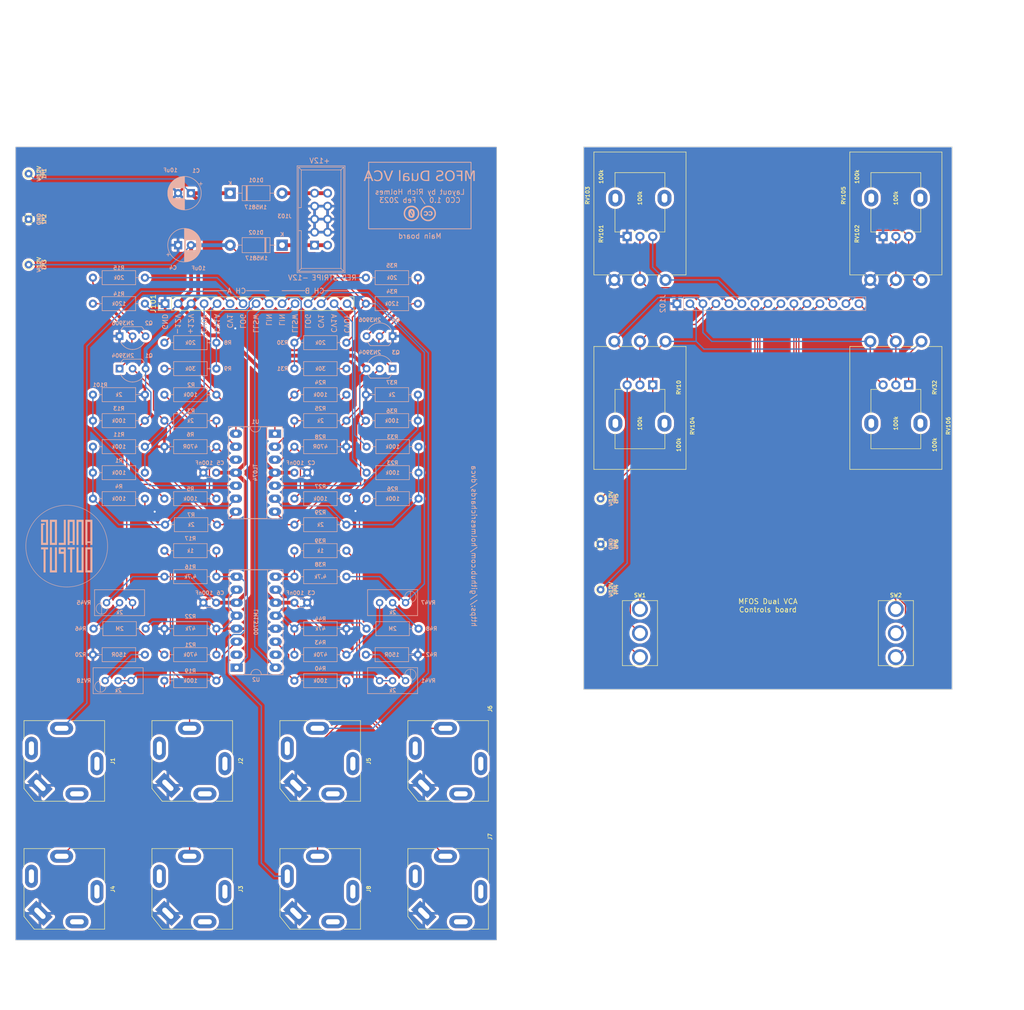
<source format=kicad_pcb>
(kicad_pcb (version 20221018) (generator pcbnew)
  (layers (0 "F.Cu" signal) (31 "B.Cu" signal) (34 "B.Paste" user) (35 "F.Paste" user) (36 "B.SilkS" user "B.Silkscreen") (37 "F.SilkS" user "F.Silkscreen") (38 "B.Mask" user) (39 "F.Mask" user) (44 "Edge.Cuts" user))
  (net 0 "")
  (net 1 "+12V")
  (net 2 "GND")
  (net 3 "-12V")
  (net 4 "/Main PCB/+12_IN")
  (net 5 "/Main PCB/-12_IN")
  (net 6 "/Main PCB/CV1A")
  (net 7 "/Main PCB/CV1B")
  (net 8 "VCAA_OUT")
  (net 9 "/Main PCB/CV1AA")
  (net 10 "/Main PCB/CVOFFSA")
  (net 11 "/Main PCB/LOGA")
  (net 12 "/Main PCB/LLSWA")
  (net 13 "/Main PCB/LINA")
  (net 14 "/Main PCB/CV1AB")
  (net 15 "/Main PCB/CVOFFSB")
  (net 16 "/Main PCB/LOGB")
  (net 17 "/Main PCB/LLSWB")
  (net 18 "/Main PCB/LINB")
  (net 19 "/Pots and switches PCB/CV1AA_P")
  (net 20 "/Pots and switches PCB/CV1A_P")
  (net 21 "/Pots and switches PCB/CVOFFSA_P")
  (net 22 "/Pots and switches PCB/LOGA_P")
  (net 23 "/Pots and switches PCB/LLSWA_P")
  (net 24 "/Pots and switches PCB/LINA_P")
  (net 25 "/Pots and switches PCB/CV1B_P")
  (net 26 "/Pots and switches PCB/CV1AB_P")
  (net 27 "/Pots and switches PCB/CVOFFSB_P")
  (net 28 "/Pots and switches PCB/LOGB_P")
  (net 29 "/Pots and switches PCB/LLSWB_P")
  (net 30 "/Pots and switches PCB/LINB_P")
  (net 31 "Net-(Q1-E)")
  (net 32 "Net-(Q2-C)")
  (net 33 "Net-(Q3-E)")
  (net 34 "Net-(Q4-C)")
  (net 35 "Net-(R2-Pad2)")
  (net 36 "Net-(U1D--)")
  (net 37 "Net-(U1D-+)")
  (net 38 "Net-(U1C-+)")
  (net 39 "Net-(R20-Pad1)")
  (net 40 "Net-(R21-Pad2)")
  (net 41 "Net-(R24-Pad2)")
  (net 42 "Net-(U1A--)")
  (net 43 "Net-(U1A-+)")
  (net 44 "Net-(U1B-+)")
  (net 45 "Net-(R42-Pad1)")
  (net 46 "Net-(R43-Pad2)")
  (net 47 "/Main PCB/BIASA")
  (net 48 "/Main PCB/BIASB")
  (net 51 "/Main PCB/CV2A")
  (net 52 "/Main PCB/OUTA")
  (net 53 "/Main PCB/SIGA")
  (net 54 "/Main PCB/CV2B")
  (net 55 "/Main PCB/SIGB")
  (net 56 "/Main PCB/OUTB")
  (net 57 "/Main PCB/CVSUMA")
  (net 58 "/Main PCB/CVSUMB")
  (net 59 "/Main PCB/CVINA")
  (net 60 "/Main PCB/SIGAP")
  (net 61 "/Main PCB/CVINB")
  (net 62 "/Main PCB/VCAB_OUT")
  (net 63 "/Main PCB/SIGBP")
  (net 64 "GND1")
  (net 65 "-12V_1")
  (net 66 "+12V_1")
  (footprint "AO_tht:Jack_6.35mm_PJ_629HAN_slots" (layer "F.Cu") (at 112.5 185 -90)
    (fp_text reference "J8")
    (fp_text value "AudioJack2_SwitchT")
  )
  (footprint "mfos_vca-panel:mfos_vca_panel_100_holes" (layer "F.Cu") (at 200 110)
    (fp_text reference "GRAF102" hide)
    (fp_text value "Holes" hide)
  )
  (footprint "AO_tht:Potentiometer_Alpha_RD901F-40-00D_Single_Vertical_centered" (layer "F.Cu") (at 175 50 90)
    (fp_text reference "RV101")
    (fp_text value "100k")
  )
  (footprint "AO_tht:Potentiometer_Alpha_16mm_Single_Vertical" (layer "F.Cu") (at 225 50 90)
    (fp_text reference "RV105")
    (fp_text value "100k")
  )
  (footprint "AO_tht:Jack_6.35mm_PJ_629HAN_slots" (layer "F.Cu") (at 87.5 185 -90)
    (fp_text reference "J3")
    (fp_text value "AudioJack2")
  )
  (footprint "AO_tht:TestPoint_THTPad_D1.5mm_Drill0.7mm" (layer "F.Cu") (at 55.55 54.12 -90)
    (fp_text reference "TP2")
    (fp_text value "GND")
  )
  (footprint "Connector_PinHeader_2.54mm:PinHeader_1x15_P2.54mm_Vertical" (layer "F.Cu") (at 82.225 70.63 90)
    (fp_text reference "J101")
    (fp_text value "Conn_01x15")
  )
  (footprint "AO_tht:TestPoint_THTPad_D1.5mm_Drill0.7mm" (layer "F.Cu") (at 167.31 117.62 -90)
    (fp_text reference "TP6")
    (fp_text value "GND")
  )
  (footprint "AO_tht:Potentiometer_Alpha_16mm_Single_Vertical" (layer "F.Cu") (at 175 94 -90)
    (fp_text reference "RV104")
    (fp_text value "100k")
  )
  (footprint "AO_tht:SPDT-toggle-switch-1M-series" (layer "F.Cu") (at 225 135)
    (fp_text reference "SW2")
    (fp_text value "SW_SPDT")
  )
  (footprint "AO_tht:Potentiometer_Alpha_16mm_Single_Vertical" (layer "F.Cu") (at 225 94 -90)
    (fp_text reference "RV106")
    (fp_text value "100k")
  )
  (footprint "AO_tht:Jack_6.35mm_PJ_629HAN_slots" (layer "F.Cu") (at 62.5 160 -90)
    (fp_text reference "J1")
    (fp_text value "AudioJack2")
  )
  (footprint "AO_tht:Potentiometer_Alpha_16mm_Single_Vertical" (layer "F.Cu") (at 175 50 90)
    (fp_text reference "RV103")
    (fp_text value "100k")
  )
  (footprint "AO_tht:Jack_6.35mm_PJ_629HAN_slots" (layer "F.Cu") (at 137.5 185 -90)
    (fp_text reference "J7")
    (fp_text value "AudioJack2")
  )
  (footprint "AO_tht:TestPoint_THTPad_D1.5mm_Drill0.7mm" (layer "F.Cu") (at 167.31 126.51 -90)
    (fp_text reference "TP4")
    (fp_text value "+12V")
  )
  (footprint "AO_tht:Board_Marker" (layer "F.Cu") (at 97 40)
    (fp_text reference "B101")
    (fp_text value "Board")
  )
  (footprint "mfos_vca-panel:mfos_vca_panel_100_holes" (layer "F.Cu") (at 100 110)
    (fp_text reference "GRAF101" hide)
    (fp_text value "Holes" hide)
  )
  (footprint "AO_tht:Potentiometer_Alpha_RD901F-40-00D_Single_Vertical_centered" (layer "F.Cu") (at 225 94 -90)
    (fp_text reference "RV32")
    (fp_text value "100k")
  )
  (footprint "AO_tht:Jack_6.35mm_PJ_629HAN_slots" (layer "F.Cu") (at 112.5 160 -90)
    (fp_text reference "J5")
    (fp_text value "AudioJack2")
  )
  (footprint "AO_tht:Jack_6.35mm_PJ_629HAN_slots" (layer "F.Cu") (at 137.5 160 -90)
    (fp_text reference "J6")
    (fp_text value "AudioJack2")
  )
  (footprint "AO_tht:TestPoint_THTPad_D1.5mm_Drill0.7mm" (layer "F.Cu") (at 167.31 108.73 -90)
    (fp_text reference "TP5")
    (fp_text value "-12V")
  )
  (footprint "AO_tht:Board_Marker" (layer "F.Cu") (at 197.375 39.925)
    (fp_text reference "B102")
    (fp_text value "Board")
  )
  (footprint "AO_tht:Potentiometer_Alpha_RD901F-40-00D_Single_Vertical_centered" (layer "F.Cu") (at 175 94 -90)
    (fp_text reference "RV10")
    (fp_text value "100k")
  )
  (footprint "AO_tht:Jack_6.35mm_PJ_629HAN_slots" (layer "F.Cu") (at 62.5 185 -90)
    (fp_text reference "J4")
    (fp_text value "AudioJack2")
  )
  (footprint "AO_tht:Potentiometer_Alpha_RD901F-40-00D_Single_Vertical_centered" (layer "F.Cu") (at 225 50 90)
    (fp_text reference "RV102")
    (fp_text value "100k")
  )
  (footprint "AO_tht:TestPoint_THTPad_D1.5mm_Drill0.7mm" (layer "F.Cu") (at 55.55 45.23 -90)
    (fp_text reference "TP1")
    (fp_text value "+12V")
  )
  (footprint "AO_tht:TestPoint_THTPad_D1.5mm_Drill0.7mm" (layer "F.Cu") (at 55.55 63.01 -90)
    (fp_text reference "TP3")
    (fp_text value "-12V")
  )
  (footprint "AO_tht:Jack_6.35mm_PJ_629HAN_slots" (layer "F.Cu") (at 87.5 160 -90)
    (fp_text reference "J2")
    (fp_text value "AudioJack2")
  )
  (footprint "AO_tht:SPDT-toggle-switch-1M-series" (layer "F.Cu") (at 175 135)
    (fp_text reference "SW1")
    (fp_text value "SW_SPDT")
  )
  (footprint "AO_tht:R_Axial_DIN0207_L6.3mm_D2.5mm_P10.16mm_Horizontal" (layer "B.Cu") (at 92.245 83.33 180)
    (fp_text reference "R9")
    (fp_text value "30k")
  )
  (footprint "AO_tht:TO-92_Inline_Wide" (layer "B.Cu") (at 73.33 76.98)
    (fp_text reference "Q2")
    (fp_text value "2N3906")
  )
  (footprint "AO_tht:R_Axial_DIN0207_L6.3mm_D2.5mm_P10.16mm_Horizontal" (layer "B.Cu") (at 78.275 93.49 180)
    (fp_text reference "R13")
    (fp_text value "100k")
  )
  (footprint "AO_tht:CC0_logo" (layer "B.Cu") (at 132 53 180)
    (fp_text reference "GRAF103" hide)
    (fp_text value "CC0 logo" hide)
  )
  (footprint "AO_tht:R_Axial_DIN0207_L6.3mm_D2.5mm_P10.16mm_Horizontal" (layer "B.Cu") (at 92.245 118.89 180)
    (fp_text reference "R17")
    (fp_text value "1k")
  )
  (footprint "AO_tht:R_Axial_DIN0207_L6.3mm_D2.5mm_P10.16mm_Horizontal" (layer "B.Cu") (at 121.59 103.65)
    (fp_text reference "R23")
    (fp_text value "100k")
  )
  (footprint "AO_tht:R_Axial_DIN0207_L6.3mm_D2.5mm_P10.16mm_Horizontal" (layer "B.Cu") (at 78.275 98.57 180)
    (fp_text reference "R11")
    (fp_text value "100k")
  )
  (footprint "AO_tht:TO-92_Inline_Wide" (layer "B.Cu") (at 73.33 83.33)
    (fp_text reference "Q1")
    (fp_text value "2N3904")
  )
  (footprint "AO_tht:D_DO-41_SOD81_P10.16mm_Horizontal" (layer "B.Cu") (at 105.08 59.2 180)
    (fp_text reference "D102")
    (fp_text value "1N5817")
  )
  (footprint "AO_tht:R_Axial_DIN0207_L6.3mm_D2.5mm_P10.16mm_Horizontal" (layer "B.Cu") (at 107.485 98.57)
    (fp_text reference "R28")
    (fp_text value "470R")
  )
  (footprint "AO_tht:R_Axial_DIN0207_L6.3mm_D2.5mm_P10.16mm_Horizontal" (layer "B.Cu") (at 78.275 108.73 180)
    (fp_text reference "R4")
    (fp_text value "100k")
  )
  (footprint "AO_tht:R_Axial_DIN0207_L6.3mm_D2.5mm_P10.16mm_Horizontal" (layer "B.Cu") (at 117.645 113.81 180)
    (fp_text reference "R29")
    (fp_text value "2k")
  )
  (footprint "AO_tht:R_Axial_DIN0207_L6.3mm_D2.5mm_P10.16mm_Horizontal" (layer "B.Cu") (at 121.59 98.57)
    (fp_text reference "R33")
    (fp_text value "100k")
  )
  (footprint "AO_tht:R_Axial_DIN0207_L6.3mm_D2.5mm_P10.16mm_Horizontal" (layer "B.Cu") (at 82.085 139.21)
    (fp_text reference "R21")
    (fp_text value "470k")
  )
  (footprint "AO_tht:R_Axial_DIN0207_L6.3mm_D2.5mm_P10.16mm_Horizontal" (layer "B.Cu") (at 82.085 123.97)
    (fp_text reference "R16")
    (fp_text value "4.7k")
  )
  (footprint "AO_tht:Potentiometer_Bourns_3296W_Vertical_standard" (layer "B.Cu") (at 70.51 144.29 180)
    (fp_text reference "RV18")
    (fp_text value "2k")
  )
  (footprint "AO_tht:R_Axial_DIN0207_L6.3mm_D2.5mm_P10.16mm_Horizontal" (layer "B.Cu") (at 117.645 108.73 180)
    (fp_text reference "R27")
    (fp_text value "100k")
  )
  (footprint "AO_tht:R_Axial_DIN0207_L6.3mm_D2.5mm_P10.16mm_Horizontal" (layer "B.Cu") (at 131.615 70.63 180)
    (fp_text reference "R34")
    (fp_text value "120k")
  )
  (footprint "AO_tht:DIP-16_W7.62mm_Socket_LongPads" (layer "B.Cu") (at 96.19 141.75)
    (fp_text reference "U2")
    (fp_text value "LM13700")
  )
  (footprint "AO_tht:R_Axial_DIN0207_L6.3mm_D2.5mm_P10.16mm_Horizontal" (layer "B.Cu") (at 68.115 88.41)
    (fp_text reference "R101")
    (fp_text value "2k")
  )
  (footprint "AO_tht:Potentiometer_Bourns_3296W_Vertical_standard" (layer "B.Cu") (at 70.78 129.05 180)
    (fp_text reference "RV45")
    (fp_text value "2k")
  )
  (footprint "AO_tht:R_Axial_DIN0207_L6.3mm_D2.5mm_P10.16mm_Horizontal" (layer "B.Cu") (at 82.085 78.25)
    (fp_text reference "R8")
    (fp_text value "20k")
  )
  (footprint "AO_tht:R_Axial_DIN0207_L6.3mm_D2.5mm_P10.16mm_Horizontal" (layer "B.Cu") (at 121.455 139.21)
    (fp_text reference "R42")
    (fp_text value "150R")
  )
  (footprint "AO_tht:C_Disc_D3.0mm_W1.6mm_P2.50mm" (layer "B.Cu") (at 107.485 129.05)
    (fp_text reference "C3")
    (fp_text value "100nF")
  )
  (footprint "AO_tht:Potentiometer_Bourns_3296W_Vertical_standard" (layer "B.Cu") (at 129.21 144.29)
    (fp_text reference "RV41")
    (fp_text value "2k")
  )
  (footprint "AO_tht:R_Axial_DIN0207_L6.3mm_D2.5mm_P10.16mm_Horizontal" (layer "B.Cu") (at 107.485 83.33)
    (fp_text reference "R31")
    (fp_text value "30k")
  )
  (footprint "AO_tht:TO-92_Inline_Wide" (layer "B.Cu") (at 126.67 83.33 180)
    (fp_text reference "Q3")
    (fp_text value "2N3904")
  )
  (footprint "AO_tht:R_Axial_DIN0207_L6.3mm_D2.5mm_P10.16mm_Horizontal" (layer "B.Cu") (at 68.115 70.63)
    (fp_text reference "R14")
    (fp_text value "120k")
  )
  (footprint "AO_tht:R_Axial_DIN0207_L6.3mm_D2.5mm_P10.16mm_Horizontal" (layer "B.Cu") (at 131.75 134.13 180)
    (fp_text reference "R48")
    (fp_text value "2M")
  )
  (footprint "AO_tht:C_Disc_D3.0mm_W1.6mm_P2.50mm" (layer "B.Cu") (at 89.705 129.05)
    (fp_text reference "C6")
    (fp_text value "100nF")
  )
  (footprint "AO_tht:C_Disc_D3.0mm_W1.6mm_P2.50mm" (layer "B.Cu") (at 107.485 103.65)
    (fp_text reference "C2")
    (fp_text value "100nF")
  )
  (footprint "AO_tht:R_Axial_DIN0207_L6.3mm_D2.5mm_P10.16mm_Horizontal" (layer "B.Cu") (at 131.615 88.41 180)
    (fp_text reference "R37")
    (fp_text value "2k")
  )
  (footprint "AO_tht:R_Axial_DIN0207_L6.3mm_D2.5mm_P10.16mm_Horizontal" (layer "B.Cu") (at 117.645 144.29 180)
    (fp_text reference "R40")
    (fp_text value "100k" hide)
  )
  (footprint "AO_tht:R_Axial_DIN0207_L6.3mm_D2.5mm_P10.16mm_Horizontal" (layer "B.Cu") (at 82.22 113.81)
    (fp_text reference "R7")
    (fp_text value "2k")
  )
  (footprint "AO_tht:R_Axial_DIN0207_L6.3mm_D2.5mm_P10.16mm_Horizontal" (layer "B.Cu") (at 92.245 134.13 180)
    (fp_text reference "R22")
    (fp_text value "47k")
  )
  (footprint "AO_tht:R_Axial_DIN0207_L6.3mm_D2.5mm_P10.16mm_Horizontal" (layer "B.Cu") (at 117.645 88.41 180)
    (fp_text reference "R24")
    (fp_text value "100k")
  )
  (footprint "AO_tht:R_Axial_DIN0207_L6.3mm_D2.5mm_P10.16mm_Horizontal" (layer "B.Cu") (at 107.485 118.89)
    (fp_text reference "R39")
    (fp_text value "1k")
  )
  (footprint "AO_tht:R_Axial_DIN0207_L6.3mm_D2.5mm_P10.16mm_Horizontal" (layer "B.Cu") (at 117.645 139.21 180)
    (fp_text reference "R43")
    (fp_text value "470k")
  )
  (footprint "AO_tht:TO-92_Inline_Wide" (layer "B.Cu") (at 126.67 76.98 180)
    (fp_text reference "Q4")
    (fp_text value "2N3906")
  )
  (footprint "AO_tht:analogoutput" (layer "B.Cu") (at 63 118 180)
    (fp_text reference "GRAF104" hide)
    (fp_text value "AO logo" hide)
  )
  (footprint "AO_tht:R_Axial_DIN0207_L6.3mm_D2.5mm_P10.16mm_Horizontal" (layer "B.Cu") (at 117.645 78.25 180)
    (fp_text reference "R30")
    (fp_text value "20k")
  )
  (footprint "AO_tht:R_Axial_DIN0207_L6.3mm_D2.5mm_P10.16mm_Horizontal" (layer "B.Cu") (at 131.615 65.55 180)
    (fp_text reference "R35")
    (fp_text value "20k")
  )
  (footprint "AO_tht:R_Axial_DIN0207_L6.3mm_D2.5mm_P10.16mm_Horizontal" (layer "B.Cu") (at 107.485 134.13)
    (fp_text reference "R44")
    (fp_text value "47k")
  )
  (footprint "AO_tht:R_Axial_DIN0207_L6.3mm_D2.5mm_P10.16mm_Horizontal" (layer "B.Cu") (at 92.245 98.57 180)
    (fp_text reference "R6")
    (fp_text value "470R")
  )
  (footprint "AO_tht:R_Axial_DIN0207_L6.3mm_D2.5mm_P10.16mm_Horizontal" (layer "B.Cu") (at 82.085 88.41)
    (fp_text reference "R2")
    (fp_text value "100k")
  )
  (footprint "AO_tht:R_Axial_DIN0207_L6.3mm_D2.5mm_P10.16mm_Horizontal" (layer "B.Cu") (at 82.085 93.49)
    (fp_text reference "R3")
    (fp_text value "2k")
  )
  (footprint "AO_tht:C_Disc_D3.0mm_W1.6mm_P2.50mm" (layer "B.Cu") (at 89.705 103.65)
    (fp_text reference "C5")
    (fp_text value "100nF")
  )
  (footprint "AO_tht:R_Axial_DIN0207_L6.3mm_D2.5mm_P10.16mm_Horizontal" (layer "B.Cu") (at 82.085 144.29)
    (fp_text reference "R19")
    (fp_text value "100k")
  )
  (footprint "AO_tht:R_Axial_DIN0207_L6.3mm_D2.5mm_P10.16mm_Horizontal" (layer "B.Cu") (at 117.645 123.97 180)
    (fp_text reference "R38")
    (fp_text value "4.7k")
  )
  (footprint "AO_tht:CP_Radial_D6.3mm_P2.50mm" (layer "B.Cu") (at 87.26 49.04 180)
    (fp_text reference "C1")
    (fp_text value "10uF")
  )
  (footprint "AO_tht:DIP-14_W7.62mm_Socket_LongPads" (layer "B.Cu") (at 103.675 96.03 180)
    (fp_text reference "U1")
    (fp_text value "TL074")
  )
  (footprint "AO_tht:Potentiometer_Bourns_3296W_Vertical_standard" (layer "B.Cu") (at 129.21 129.05)
    (fp_text reference "RV47")
    (fp_text value "2k")
  )
  (footprint "AO_tht:CP_Radial_D6.3mm_P2.50mm" (layer "B.Cu") (at 84.76 59.2)
    (fp_text reference "C4")
    (fp_text value "10uF")
  )
  (footprint "AO_tht:R_Axial_DIN0207_L6.3mm_D2.5mm_P10.16mm_Horizontal" (layer "B.Cu") (at 68.25 134.13)
    (fp_text reference "R46")
    (fp_text value "2M")
  )
  (footprint "AO_tht:D_DO-41_SOD81_P10.16mm_Horizontal" (layer "B.Cu") (at 94.92 49.04)
    (fp_text reference "D101")
    (fp_text value "1N5817")
  )
  (footprint "AO_tht:R_Axial_DIN0207_L6.3mm_D2.5mm_P10.16mm_Horizontal" (layer "B.Cu") (at 121.59 108.73)
    (fp_text reference "R26")
    (fp_text value "100k")
  )
  (footprint "AO_tht:Power_Header" (layer "B.Cu") (at 111.43 59.2)
    (fp_text reference "J103")
    (fp_text value "Synth_power_2x5")
  )
  (footprint "AO_tht:R_Axial_DIN0207_L6.3mm_D2.5mm_P10.16mm_Horizontal" (layer "B.Cu") (at 68.115 65.55)
    (fp_text reference "R15")
    (fp_text value "20k")
  )
  (footprint "AO_tht:R_Axial_DIN0207_L6.3mm_D2.5mm_P10.16mm_Horizontal" (layer "B.Cu") (at 78.275 103.65 180)
    (fp_text reference "R1")
    (fp_text value "100k")
  )
  (footprint "Connector_PinSocket_2.54mm:PinSocket_1x15_P2.54mm_Vertical" (layer "B.Cu") (at 182.225 70.63 -90)
    (fp_text reference "J102")
    (fp_text value "Conn_01x15")
  )
  (footprint "AO_tht:R_Axial_DIN0207_L6.3mm_D2.5mm_P10.16mm_Horizontal" (layer "B.Cu") (at 121.455 93.49)
    (fp_text reference "R36")
    (fp_text value "100k")
  )
  (footprint "AO_tht:R_Axial_DIN0207_L6.3mm_D2.5mm_P10.16mm_Horizontal" (layer "B.Cu") (at 82.085 108.73)
    (fp_text reference "R5")
    (fp_text value "100k")
  )
  (footprint "AO_tht:R_Axial_DIN0207_L6.3mm_D2.5mm_P10.16mm_Horizontal" (layer "B.Cu") (at 78.275 139.21 180)
    (fp_text reference "R20")
    (fp_text value "150R")
  )
  (footprint "AO_tht:R_Axial_DIN0207_L6.3mm_D2.5mm_P10.16mm_Horizontal" (layer "B.Cu") (at 117.645 93.49 180)
    (fp_text reference "R25")
    (fp_text value "2k")
  )
  (gr_rect (start 122 43) (end 142 56) (stroke (width 0.15)) (fill none) (layer "B.SilkS"))
  (gr_line (start 117.78 68.09) (end 113.335 68.09) (stroke (width 0.15)) (layer "B.SilkS"))
  (gr_line (start 94.285 68.09) (end 89.84 68.09) (stroke (width 0.15)) (layer "B.SilkS"))
  (gr_line (start 102.54 68.09) (end 98.095 68.09) (stroke (width 0.15)) (layer "B.SilkS"))
  (gr_line (start 109.525 68.09) (end 105.08 68.09) (stroke (width 0.15)) (layer "B.SilkS"))
  (gr_rect (start 164 40) (end 236 146) (stroke (width 0.15)) (fill none) (layer "Edge.Cuts"))
  (gr_rect (start 53 40) (end 147 195) (stroke (width 0.1)) (fill none) (layer "Edge.Cuts"))
  (gr_text "LLSW" (at 106.985 72.535 270) (layer "B.SilkS") (effects (font (size 1 1)) (justify right bottom mirror)))
  (gr_text "-12V" (at 84.125 72.535 270) (layer "B.SilkS") (effects (font (size 1 1)) (justify right bottom mirror)))
  (gr_text "MFOS Dual VCA" (at 132 47) (layer "B.SilkS") (effects (font (size 2 2)) (justify bottom mirror)))
  (gr_text "https://github.com/holmesrichards/dvca" (at 142 118 -90) (layer "B.SilkS") (effects (font (size 1 1)) (justify bottom mirror)))
  (gr_text "CH B" (at 111.43 68.725) (layer "B.SilkS") (effects (font (size 1 1)) (justify bottom mirror)))
  (gr_text "Layout by Rich Holmes\nCC0 1.0 / Feb 2023" (at 132 51) (layer "B.SilkS") (effects (font (size 1 1)) (justify bottom mirror)))
  (gr_text "CH A" (at 96.19 68.725) (layer "B.SilkS") (effects (font (size 1 1)) (justify bottom mirror)))
  (gr_text "CVOF" (at 117.145 72.535 270) (layer "B.SilkS") (effects (font (size 1 1)) (justify right bottom mirror)))
  (gr_text "CV1A" (at 114.605 72.535 270) (layer "B.SilkS") (effects (font (size 1 1)) (justify right bottom mirror)))
  (gr_text "LOG" (at 96.825 72.535 270) (layer "B.SilkS") (effects (font (size 1 1)) (justify right bottom mirror)))
  (gr_text "LIN" (at 101.905 72.535 270) (layer "B.SilkS") (effects (font (size 1 1)) (justify right bottom mirror)))
  (gr_text "LOG" (at 109.525 72.535 270) (layer "B.SilkS") (effects (font (size 1 1)) (justify right bottom mirror)))
  (gr_text "GND" (at 81.585 72.535 -90) (layer "B.SilkS") (effects (font (size 1 1)) (justify right bottom mirror)))
  (gr_text "+12V" (at 86.665 72.535 270) (layer "B.SilkS") (effects (font (size 1 1)) (justify right bottom mirror)))
  (gr_text "CV1" (at 94.285 72.535 270) (layer "B.SilkS") (effects (font (size 1 1)) (justify right bottom mirror)))
  (gr_text "CVOF" (at 89.205 72.535 270) (layer "B.SilkS") (effects (font (size 1 1)) (justify right bottom mirror)))
  (gr_text "CV1A" (at 91.745 72.535 270) (layer "B.SilkS") (effects (font (size 1 1)) (justify right bottom mirror)))
  (gr_text "LIN" (at 104.445 72.535 270) (layer "B.SilkS") (effects (font (size 1 1)) (justify right bottom mirror)))
  (gr_text "LLSW" (at 99.365 72.535 270) (layer "B.SilkS") (effects (font (size 1 1)) (justify right bottom mirror)))
  (gr_text "CV1" (at 112.065 72.535 270) (layer "B.SilkS") (effects (font (size 1 1)) (justify right bottom mirror)))
  (gr_text "Main board" (at 132 58) (layer "B.SilkS") (effects (font (size 1 1)) (justify bottom mirror)))
  (gr_text "MFOS Dual VCA\nControls board" (at 200 131) (layer "F.SilkS") (effects (font (size 1 1)) (justify bottom)))
  (segment (start 75.86 129.05) (end 74.727 127.917) (width 0.25) (layer "F.Cu") (net 1))
  (segment (start 103.675 103.65) (end 107.485 103.65) (width 0.75) (layer "F.Cu") (net 1))
  (segment (start 93.249064 75.825978) (end 92.500978 75.825978) (width 0.75) (layer "F.Cu") (net 1))
  (segment (start 120.415489 105.959511) (end 120.415489 94.529511) (width 0.25) (layer "F.Cu") (net 1))
  (segment (start 103.81 129.05) (end 101.778 127.018) (width 0.75) (layer "F.Cu") (net 1))
  (segment (start 101.778 105.547) (end 103.675 103.65) (width 0.75) (layer "F.Cu") (net 1))
  (segment (start 87.26 49.04) (end 88.684511 50.464511) (width 0.75) (layer "F.Cu") (net 1))
  (segment (start 92.500978 75.825978) (end 87.305 70.63) (width 0.75) (layer "F.Cu") (net 1))
  (segment (start 120.415489 94.529511) (end 121.455 93.49) (width 0.25) (layer "F.Cu") (net 1))
  (segment (start 82.085 139.21) (end 81.899009 139.21) (width 0.25) (layer "F.Cu") (net 1))
  (segment (start 105.342914 80.79) (end 101.778 84.354914) (width 0.75) (layer "F.Cu") (net 1))
  (segment (start 103.675 103.65) (end 101.778 101.753) (width 0.75) (layer "F.Cu") (net 1))
  (segment (start 117.645 139.21) (end 107.485 129.05) (width 0.25) (layer "F.Cu") (net 1))
  (segment (start 75.86 133.170991) (end 75.86 129.05) (width 0.25) (layer "F.Cu") (net 1))
  (segment (start 88.684511 69.250489) (end 87.305 70.63) (width 0.75) (layer "F.Cu") (net 1))
  (segment (start 121.59 83.33) (end 119.05 80.79) (width 0.75) (layer "F.Cu") (net 1))
  (segment (start 107.485 129.05) (end 103.81 129.05) (width 0.75) (layer "F.Cu") (net 1))
  (segment (start 101.778 84.354914) (end 93.249064 75.825978) (width 0.75) (layer "F.Cu") (net 1))
  (segment (start 81.899009 139.21) (end 75.86 133.170991) (width 0.25) (layer "F.Cu") (net 1))
  (segment (start 117.645 108.73) (end 120.415489 105.959511) (width 0.25) (layer "F.Cu") (net 1))
  (segment (start 94.92 49.04) (end 87.26 49.04) (width 0.75) (layer "F.Cu") (net 1))
  (segment (start 119.05 80.79) (end 105.342914 80.79) (width 0.75) (layer "F.Cu") (net 1))
  (segment (start 74.727 97.038) (end 78.275 93.49) (width 0.25) (layer "F.Cu") (net 1))
  (segment (start 82.085 108.73) (end 79.291 105.936) (width 0.25) (layer "F.Cu") (net 1))
  (segment (start 74.727 127.917) (end 74.727 106.698) (width 0.25) (layer "F.Cu") (net 1))
  (segment (start 74.727 105.936) (end 74.727 106.698) (width 0.25) (layer "F.Cu") (net 1))
  (segment (start 101.778 101.753) (end 101.778 84.354914) (width 0.75) (layer "F.Cu") (net 1))
  (segment (start 79.291 105.936) (end 74.727 105.936) (width 0.25) (layer "F.Cu") (net 1))
  (segment (start 74.727 106.698) (end 74.727 97.038) (width 0.25) (layer "F.Cu") (net 1))
  (segment (start 101.778 127.018) (end 101.778 105.547) (width 0.75) (layer "F.Cu") (net 1))
  (segment (start 88.684511 50.464511) (end 88.684511 69.250489) (width 0.75) (layer "F.Cu") (net 1))
  (segment (start 78.41 86.88399) (end 79.449511 87.923501) (width 0.25) (layer "B.Cu") (net 1))
  (segment (start 84.478 46.258) (end 87.26 49.04) (width 0.25) (layer "B.Cu") (net 1))
  (segment (start 79.449511 92.315489) (end 78.275 93.49) (width 0.25) (layer "B.Cu") (net 1))
  (segment (start 118.100991 139.21) (end 117.645 139.21) (width 0.25) (layer "B.Cu") (net 1))
  (segment (start 87.305 70.63) (end 78.41 79.525) (width 0.75) (layer "B.Cu") (net 1))
  (segment (start 121.455 93.49) (end 120.280489 92.315489) (width 0.25) (layer "B.Cu") (net 1))
  (segment (start 78.41 79.525) (end 78.41 83.33) (width 0.75) (layer "B.Cu") (net 1))
  (segment (start 79.449511 87.923501) (end 79.449511 92.315489) (width 0.25) (layer "B.Cu") (net 1))
  (segment (start 120.280489 92.315489) (end 120.280489 84.639511) (width 0.25) (layer "B.Cu") (net 1))
  (segment (start 124.13 129.05) (end 124.13 133.180991) (width 0.25) (layer "B.Cu") (net 1))
  (segment (start 55.55 45.23) (end 56.578 46.258) (width 0.25) (layer "B.Cu") (net 1))
  (segment (start 120.280489 84.639511) (end 121.59 83.33) (width 0.25) (layer "B.Cu") (net 1))
  (segment (start 124.13 133.180991) (end 118.100991 139.21) (width 0.25) (layer "B.Cu") (net 1))
  (segment (start 56.578 46.258) (end 84.478 46.258) (width 0.25) (layer "B.Cu") (net 1))
  (segment (start 78.41 83.33) (end 78.41 86.88399) (width 0.25) (layer "B.Cu") (net 1))
  (via (at 80.188 111.27) (size 0.8) (drill 0.4) (layers "F.Cu" "B.Cu") (net 2))
  (via (at 119.4185 111.143) (size 0.8) (drill 0.4) (layers "F.Cu" "B.Cu") (net 2))
  (via (at 95.936 75.456) (size 0.8) (drill 0.4) (layers "F.Cu" "B.Cu") (net 2))
  (segment (start 96.055 103.65) (end 97.87952 101.82548) (width 0.75) (layer "F.Cu") (net 3))
  (segment (start 90.960489 76.825489) (end 87.3025 73.1675) (width 0.75) (layer "F.Cu") (net 3))
  (segment (start 87.26 59.2) (end 87.3 59.24) (width 0.75) (layer "F.Cu") (net 3))
  (segment (start 96.394511 60.674511) (end 94.92 59.2) (width 0.25) (layer "F.Cu") (net 3))
  (segment (start 98.01452 105.60952) (end 96.055 103.65) (width 0.75) (layer "F.Cu") (net 3))
  (segment (start 87.3 68.095) (end 84.765 70.63) (width 0.75) (layer "F.Cu") (net 3))
  (segment (start 96.19 129.05) (end 98.01452 127.22548) (width 0.75) (layer "F.Cu") (net 3))
  (segment (start 87.1675 73.1675) (end 87.3025 73.1675) (width 0.25) (layer "F.Cu") (net 3))
  (segment (start 87.3025 73.1675) (end 84.765 70.63) (width 0.75) (layer "F.Cu") (net 3))
  (segment (start 121.455 70.63) (end 111.499511 60.674511) (width 0.25) (layer "F.Cu") (net 3))
  (segment (start 111.499511 60.674511) (end 96.394511 60.674511) (width 0.25) (layer "F.Cu") (net 3))
  (segment (start 96.055 103.65) (end 92.205 103.65) (width 0.75) (layer "F.Cu") (net 3))
  (segment (start 121.455 70.63) (end 118.819511 73.265489) (width 0.25) (layer "F.Cu") (net 3))
  (segment (start 118.819511 77.075489) (end 117.645 78.25) (width 0.25) (layer "F.Cu") (net 3))
  (segment (start 92.835053 76.825489) (end 90.960489 76.825489) (width 0.75) (layer "F.Cu") (net 3))
  (segment (start 118.819511 73.265489) (end 118.819511 77.075489) (width 0.25) (layer "F.Cu") (net 3))
  (segment (start 92.205 129.05) (end 96.19 129.05) (width 0.75) (layer "F.Cu") (net 3))
  (segment (start 82.085 78.25) (end 87.1675 73.1675) (width 0.25) (layer "F.Cu") (net 3))
  (segment (start 97.87952 101.82548) (end 97.87952 81.869956) (width 0.75) (layer "F.Cu") (net 3))
  (segment (start 98.01452 127.22548) (end 98.01452 105.60952) (width 0.75) (layer "F.Cu") (net 3))
  (segment (start 87.3 59.24) (end 87.3 68.095) (width 0.75) (layer "F.Cu") (net 3))
  (segment (start 97.87952 81.869956) (end 92.835053 76.825489) (width 0.75) (layer "F.Cu") (net 3))
  (segment (start 87.125 123.97) (end 92.205 129.05) (width 0.25) (layer "B.Cu") (net 3))
  (segment (start 124.13 123.97) (end 129.21 129.05) (width 0.25) (layer "B.Cu") (net 3))
  (segment (start 70.78 129.05) (end 75.86 123.97) (width 0.25) (layer "B.Cu") (net 3))
  (segment (start 75.86 123.97) (end 81.69399 123.97) (width 0.25) (layer "B.Cu") (net 3))
  (segment (start 132.875 125.385) (end 129.21 129.05) (width 0.25) (layer "B.Cu") (net 3))
  (segment (start 79.499511 71.854511) (end 83.540489 71.854511) (width 0.25) (layer "B.Cu") (net 3))
  (segment (start 121.455 70.63) (end 123.368 70.63) (width 0.25) (layer "B.Cu") (net 3))
  (segment (start 82.085 123.97) (end 87.125 123.97) (width 0.25) (layer "B.Cu") (net 3))
  (segment (start 83.45 63.01) (end 87.26 59.2) (width 0.25) (layer "B.Cu") (net 3))
  (segment (start 123.368 70.63) (end 132.875 80.137) (width 0.25) (layer "B.Cu") (net 3))
  (segment (start 94.92 59.2) (end 87.26 59.2) (width 0.75) (layer "B.Cu") (net 3))
  (segment (start 78.275 70.63) (end 79.499511 71.854511) (width 0.25) (layer "B.Cu") (net 3))
  (segment (start 83.540489 71.854511) (end 84.765 70.63) (width 0.25) (layer "B.Cu") (net 3))
  (segment (start 117.645 123.97) (end 124.13 123.97) (width 0.25) (layer "B.Cu") (net 3))
  (segment (start 132.875 80.137) (end 132.875 125.385) (width 0.25) (layer "B.Cu") (net 3))
  (segment (start 55.55 63.01) (end 83.45 63.01) (width 0.25) (layer "B.Cu") (net 3))
  (segment (start 111.43 49.04) (end 105.08 49.04) (width 0.75) (layer "F.Cu") (net 4))
  (segment (start 113.97 49.04) (end 111.43 49.04) (width 0.75) (layer "F.Cu") (net 4))
  (segment (start 113.97 59.2) (end 111.43 59.2) (width 0.75) (layer "F.Cu") (net 5))
  (segment (start 111.43 59.2) (end 105.08 59.2) (width 0.75) (layer "F.Cu") (net 5))
  (segment (start 92.512 68.217) (end 77.648 68.217) (width 0.25) (layer "B.Cu") (net 6))
  (segment (start 94.925 70.63) (end 92.512 68.217) (width 0.25) (layer "B.Cu") (net 6))
  (segment (start 66.940489 78.924511) (end 66.940489 148.659511) (width 0.25) (layer "B.Cu") (net 6))
  (segment (start 66.940489 148.659511) (end 62 153.6) (width 0.25) (layer "B.Cu") (net 6))
  (segment (start 77.648 68.217) (end 66.940489 78.924511) (width 0.25) (layer "B.Cu") (net 6))
  (segment (start 114.864 68.471) (end 121.84469 68.471) (width 0.25) (layer "B.Cu") (net 7))
  (segment (start 133.646511 142.774489) (end 122.821 153.6) (width 0.25) (layer "B.Cu") (net 7))
  (segment (start 122.821 153.6) (end 112 153.6) (width 0.25) (layer "B.Cu") (net 7))
  (segment (start 133.646511 80.272821) (end 133.646511 142.774489) (width 0.25) (layer "B.Cu") (net 7))
  (segment (start 112.705 70.63) (end 114.864 68.471) (width 0.25) (layer "B.Cu") (net 7))
  (segment (start 121.84469 68.471) (end 133.646511 80.272821) (width 0.25) (layer "B.Cu") (net 7))
  (segment (start 92.245 118.89) (end 92.245 123.97) (width 0.25) (layer "F.Cu") (net 8))
  (segment (start 101.025489 149.234511) (end 94.61548 142.824502) (width 0.25) (layer "B.Cu") (net 8))
  (segment (start 94.61548 142.824502) (end 94.61548 136.183498) (width 0.25) (layer "B.Cu") (net 8))
  (segment (start 94.61548 136.183498) (end 95.544458 135.25452) (width 0.25) (layer "B.Cu") (net 8))
  (segment (start 101.025489 179.925489) (end 101.025489 149.234511) (width 0.25) (layer "B.Cu") (net 8))
  (segment (start 103.6 182.5) (end 101.025489 179.925489) (width 0.25) (layer "B.Cu") (net 8))
  (segment (start 97.055791 135.25452) (end 97.76452 134.545791) (width 0.25) (layer "B.Cu") (net 8))
  (segment (start 106.1 182.5) (end 103.6 182.5) (width 0.25) (layer "B.Cu") (net 8))
  (segment (start 95.544458 135.25452) (end 97.055791 135.25452) (width 0.25) (layer "B.Cu") (net 8))
  (segment (start 97.76452 124.90952) (end 96.825 123.97) (width 0.25) (layer "B.Cu") (net 8))
  (segment (start 92.245 123.97) (end 96.19 123.97) (width 0.25) (layer "B.Cu") (net 8))
  (segment (start 97.76452 134.545791) (end 97.76452 124.90952) (width 0.25) (layer "B.Cu") (net 8))
  (segment (start 91.120489 87.314811) (end 91.120489 71.894511) (width 0.25) (layer "B.Cu") (net 9))
  (segment (start 91.120489 71.894511) (end 92.385 70.63) (width 0.25) (layer "B.Cu") (net 9))
  (segment (start 78.275 100.1603) (end 91.120489 87.314811) (width 0.25) (layer "B.Cu") (net 9))
  (segment (start 78.275 103.65) (end 78.275 100.1603) (width 0.25) (layer "B.Cu") (net 9))
  (segment (start 78.5953 98.57) (end 89.845 87.3203) (width 0.25) (layer "B.Cu") (net 10))
  (segment (start 89.845 87.3203) (end 89.845 70.63) (width 0.25) (layer "B.Cu") (net 10))
  (segment (start 92.385 65.55) (end 97.465 70.63) (width 0.25) (layer "B.Cu") (net 11))
  (segment (start 78.275 65.55) (end 92.385 65.55) (width 0.25) (layer "B.Cu") (net 11))
  (segment (start 100.005 70.63) (end 98.29051 72.34449) (width 0.25) (layer "B.Cu") (net 12))
  (segment (start 98.29051 72.34449) (end 98.29051 139.64949) (width 0.25) (layer "B.Cu") (net 12))
  (segment (start 98.29051 139.64949) (end 96.19 141.75) (width 0.25) (layer "B.Cu") (net 12))
  (segment (start 98.639511 71.116499) (end 98.639511 70.334479) (width 0.25) (layer "B.Cu") (net 13))
  (segment (start 92.245 73.305) (end 93.745489 71.804511) (width 0.25) (layer "B.Cu") (net 13))
  (segment (start 101.275 69.36) (end 102.545 70.63) (width 0.25) (layer "B.Cu") (net 13))
  (segment (start 93.745489 71.804511) (end 97.951499 71.804511) (width 0.25) (layer "B.Cu") (net 13))
  (segment (start 99.61399 69.36) (end 101.275 69.36) (width 0.25) (layer "B.Cu") (net 13))
  (segment (start 92.245 78.25) (end 92.245 73.305) (width 0.25) (layer "B.Cu") (net 13))
  (segment (start 97.951499 71.804511) (end 98.639511 71.116499) (width 0.25) (layer "B.Cu") (net 13))
  (segment (start 98.639511 70.334479) (end 99.61399 69.36) (width 0.25) (layer "B.Cu") (net 13))
  (segment (start 92.245 78.25) (end 92.245 83.33) (width 0.25) (layer "B.Cu") (net 13))
  (segment (start 121.59 103.65) (end 118.854489 100.914489) (width 0.25) (layer "B.Cu") (net 14))
  (segment (start 118.854489 74.239489) (end 115.245 70.63) (width 0.25) (layer "B.Cu") (net 14))
  (segment (start 118.854489 100.914489) (end 118.854489 74.239489) (width 0.25) (layer "B.Cu") (net 14))
  (segment (start 119.304 96.284) (end 119.304 72.149) (width 0.25) (layer "B.Cu") (net 15))
  (segment (start 121.59 98.57) (end 119.304 96.284) (width 0.25) (layer "B.Cu") (net 15))
  (segment (start 119.304 72.149) (end 117.785 70.63) (width 0.25) (layer "B.Cu") (net 15))
  (segment (start 115.245 65.55) (end 110.165 70.63) (width 0.25) (layer "B.Cu") (net 16))
  (segment (start 121.455 65.55) (end 115.245 65.55) (width 0.25) (layer "B.Cu") (net 16))
  (segment (start 100.767489 71.894511) (end 99.746 72.916) (width 0.25) (layer "B.Cu") (net 17))
  (segment (start 106.360489 71.894511) (end 100.767489 71.894511) (width 0.25) (layer "B.Cu") (net 17))
  (segment (start 99.746 72.916) (end 99.746 137.686) (width 0.25) (layer "B.Cu") (net 17))
  (segment (start 99.746 137.686) (end 103.81 141.75) (width 0.25) (layer "B.Cu") (net 17))
  (segment (start 107.625 70.63) (end 106.360489 71.894511) (width 0.25) (layer "B.Cu") (net 17))
  (segment (start 108.111499 69.455489) (end 106.259511 69.455489) (width 0.25) (layer "B.Cu") (net 18))
  (segment (start 107.485 78.25) (end 107.485 83.33) (width 0.25) (layer "B.Cu") (net 18))
  (segment (start 106.259511 69.455489) (end 105.085 70.63) (width 0.25) (layer "B.Cu") (net 18))
  (segment (start 108.799511 76.935489) (end 108.799511 70.143501) (width 0.25) (layer "B.Cu") (net 18))
  (segment (start 107.485 78.25) (end 108.799511 76.935489) (width 0.25) (layer "B.Cu") (net 18))
  (segment (start 108.799511 70.143501) (end 108.111499 69.455489) (width 0.25) (layer "B.Cu") (net 18))
  (segment (start 175 57.5) (end 175 66) (width 0.25) (layer "F.Cu") (net 19))
  (segment (start 189.25 67.495) (end 192.385 70.63) (width 0.25) (layer "F.Cu") (net 19))
  (segment (start 176.495 67.495) (end 189.25 67.495) (width 0.25) (layer "F.Cu") (net 19))
  (segment (start 175 66) (end 176.495 67.495) (width 0.25) (layer "F.Cu") (net 19))
  (segment (start 177.5 63.5) (end 180 66) (width 0.25) (layer "B.Cu") (net 20))
  (segment (start 180 66) (end 190.295 66) (width 0.25) (layer "B.Cu") (net 20))
  (segment (start 190.295 66) (end 194.925 70.63) (width 0.25) (layer "B.Cu") (net 20))
  (segment (start 177.5 57.5) (end 177.5 63.5) (width 0.25) (layer "B.Cu") (net 20))
  (segment (start 185.781 74.694) (end 189.845 70.63) (width 0.25) (layer "F.Cu") (net 21))
  (segment (start 175 78) (end 178.306 74.694) (width 0.25) (layer "F.Cu") (net 21))
  (segment (start 175 86.5) (end 175 78) (width 0.25) (layer "F.Cu") (net 21))
  (segment (start 178.306 74.694) (end 185.781 74.694) (width 0.25) (layer "F.Cu") (net 21))
  (segment (start 197.465 101.181) (end 172.644 126.002) (width 0.25) (layer "F.Cu") (net 22))
  (segment (start 172.644 126.002) (end 172.644 137.344) (width 0.25) (layer "F.Cu") (net 22))
  (segment (start 197.465 70.63) (end 197.465 101.181) (width 0.25) (layer "F.Cu") (net 22))
  (segment (start 172.644 137.344) (end 175 139.7) (width 0.25) (layer "F.Cu") (net 22))
  (segment (start 200.005 70.63) (end 197.975489 72.659511) (width 0.25) (layer "F.Cu") (net 23))
  (segment (start 197.975489 101.432511) (end 173.125 126.283) (width 0.25) (layer "F.Cu") (net 23))
  (segment (start 197.975489 72.659511) (end 197.975489 101.432511) (width 0.25) (layer "F.Cu") (net 23))
  (segment (start 173.125 133.125) (end 175 135) (width 0.25) (layer "F.Cu") (net 23))
  (segment (start 173.125 126.283) (end 173.125 133.125) (width 0.25) (layer "F.Cu") (net 23))
  (segment (start 198.425 74.75) (end 198.425 101.745) (width 0.25) (layer "F.Cu") (net 24))
  (segment (start 175 125.17) (end 175 130.3) (width 0.25) (layer "F.Cu") (net 24))
  (segment (start 202.545 70.63) (end 198.425 74.75) (width 0.25) (layer "F.Cu") (net 24))
  (segment (start 198.425 101.745) (end 175 125.17) (width 0.25) (layer "F.Cu") (net 24))
  (segment (start 226.275489 56.275489) (end 215.446511 56.275489) (width 0.25) (layer "F.Cu") (net 25))
  (segment (start 211.855 69.78) (end 212.705 70.63) (width 0.25) (layer "F.Cu") (net 25))
  (segment (start 211.855 59.867) (end 211.855 69.78) (width 0.25) (layer "F.Cu") (net 25))
  (segment (start 227.5 57.5) (end 226.275489 56.275489) (width 0.25) (layer "F.Cu") (net 25))
  (segment (start 227.5 64.95) (end 227.5 57.5) (width 0.25) (layer "F.Cu") (net 25))
  (segment (start 215.446511 56.275489) (end 211.855 59.867) (width 0.25) (layer "F.Cu") (net 25))
  (segment (start 228.55 66) (end 227.5 64.95) (width 0.25) (layer "F.Cu") (net 25))
  (segment (start 230 66) (end 228.55 66) (width 0.25) (layer "F.Cu") (net 25))
  (segment (start 216.42 69.455) (end 215.245 70.63) (width 0.25) (layer "F.Cu") (net 26))
  (segment (start 225 66) (end 221.545 69.455) (width 0.25) (layer "F.Cu") (net 26))
  (segment (start 225 57.5) (end 225 66) (width 0.25) (layer "F.Cu") (net 26))
  (segment (start 221.545 69.455) (end 216.42 69.455) (width 0.25) (layer "F.Cu") (net 26))
  (segment (start 225 78) (end 225 86.5) (width 0.25) (layer "F.Cu") (net 27))
  (segment (start 225 77.845) (end 217.785 70.63) (width 0.25) (layer "F.Cu") (net 27))
  (segment (start 225 78) (end 225 77.845) (width 0.25) (layer "F.Cu") (net 27))
  (segment (start 227.325 129.248) (end 227.325 137.375) (width 0.25) (layer "F.Cu") (net 28))
  (segment (start 206.045 107.968) (end 227.325 129.248) (width 0.25) (layer "F.Cu") (net 28))
  (segment (start 227.325 137.375) (end 225 139.7) (width 0.25) (layer "F.Cu") (net 28))
  (segment (start 210.165 70.63) (end 206.045 74.75) (width 0.25) (layer "F.Cu") (net 28))
  (segment (start 206.045 74.75) (end 206.045 107.968) (width 0.25) (layer "F.Cu") (net 28))
  (segment (start 207.625 70.63) (end 205.537 72.718) (width 0.25) (layer "F.Cu") (net 29))
  (segment (start 205.537 72.718) (end 205.537 108.185349) (width 0.25) (layer "F.Cu") (net 29))
  (segment (start 226.875 129.523349) (end 226.875 133.125) (width 0.25) (layer "F.Cu") (net 29))
  (segment (start 205.537 108.185349) (end 226.875 129.523349) (width 0.25) (layer "F.Cu") (net 29))
  (segment (start 226.875 133.125) (end 225 135) (width 0.25) (layer "F.Cu") (net 29))
  (segment (start 205.085 108.532) (end 225 128.447) (width 0.25) (layer "F.Cu") (net 30))
  (segment (start 225 128.447) (end 225 130.3) (width 0.25) (layer "F.Cu") (net 30))
  (segment (start 205.085 70.63) (end 205.085 108.532) (width 0.25) (layer "F.Cu") (net 30))
  (segment (start 75.735 80.925) (end 73.33 83.33) (width 0.25) (layer "F.Cu") (net 31))
  (segment (start 75.735 76.98) (end 75.735 80.925) (width 0.25) (layer "F.Cu") (net 31))
  (segment (start 69.385 70.63) (end 68.115 70.63) (width 0.25) (layer "F.Cu") (net 31))
  (segment (start 75.735 76.98) (end 69.385 70.63) (width 0.25) (layer "F.Cu") (net 31))
  (segment (start 68.115 66.685) (end 78.41 76.98) (width 0.25) (layer "F.Cu") (net 32))
  (segment (start 68.115 65.55) (end 68.115 66.685) (width 0.25) (layer "F.Cu") (net 32))
  (segment (start 123.995 80.655) (end 126.67 83.33) (width 0.25) (layer "F.Cu") (net 33))
  (segment (start 123.995 76.98) (end 123.995 80.655) (width 0.25) (layer "F.Cu") (net 33))
  (segment (start 130.48 70.63) (end 131.615 70.63) (width 0.25) (layer "F.Cu") (net 33))
  (segment (start 124.13 76.98) (end 130.48 70.63) (width 0.25) (layer "F.Cu") (net 33))
  (segment (start 131.615 66.955) (end 131.615 65.55) (width 0.25) (layer "F.Cu") (net 34))
  (segment (start 121.59 76.98) (end 131.615 66.955) (width 0.25) (layer "F.Cu") (net 34))
  (segment (start 96.055 96.03) (end 96.055 92.22) (width 0.25) (layer "F.Cu") (net 35))
  (segment (start 96.055 92.22) (end 92.245 88.41) (width 0.25) (layer "F.Cu") (net 35))
  (segment (start 82.085 83.33) (end 87.165 83.33) (width 0.25) (layer "F.Cu") (net 35))
  (segment (start 87.165 83.33) (end 92.245 88.41) (width 0.25) (layer "F.Cu") (net 35))
  (segment (start 92.245 94.76) (end 92.245 93.49) (width 0.25) (layer "F.Cu") (net 36))
  (segment (start 87.165 93.49) (end 82.085 88.41) (width 0.25) (layer "F.Cu") (net 36))
  (segment (start 96.055 98.57) (end 92.245 94.76) (width 0.25) (layer "F.Cu") (net 36))
  (segment (start 92.245 93.49) (end 87.165 93.49) (width 0.25) (layer "F.Cu") (net 36))
  (segment (start 94.785 101.11) (end 92.245 98.57) (width 0.25) (layer "F.Cu") (net 37))
  (segment (start 96.055 101.11) (end 94.785 101.11) (width 0.25) (layer "F.Cu") (net 37))
  (segment (start 90.879511 107.364511) (end 90.879511 99.935489) (width 0.25) (layer "F.Cu") (net 37))
  (segment (start 92.245 108.73) (end 90.879511 107.364511) (width 0.25) (layer "F.Cu") (net 37))
  (segment (start 90.879511 99.935489) (end 92.245 98.57) (width 0.25) (layer "F.Cu") (net 37))
  (segment (start 68.115 88.41) (end 68.115 93.49) (width 0.25) (layer "B.Cu") (net 38))
  (segment (start 68.115 93.49) (end 68.115 95.0803) (width 0.25) (layer "B.Cu") (net 38))
  (segment (start 68.115 95.0803) (end 79.2247 106.19) (width 0.25) (layer "B.Cu") (net 38))
  (segment (start 79.2247 106.19) (end 96.055 106.19) (width 0.25) (layer "B.Cu") (net 38))
  (segment (start 75.59 139.21) (end 78.275 139.21) (width 0.25) (layer "B.Cu") (net 39))
  (segment (start 70.51 144.29) (end 75.59 139.21) (width 0.25) (layer "B.Cu") (net 39))
  (segment (start 92.245 134.13) (end 92.245 139.21) (width 0.25) (layer "F.Cu") (net 40))
  (segment (start 79.807 132.733) (end 90.848 132.733) (width 0.25) (layer "B.Cu") (net 40))
  (segment (start 92.245 134.13) (end 93.65 134.13) (width 0.25) (layer "B.Cu") (net 40))
  (segment (start 96.19 131.59) (end 94.61548 130.01548) (width 0.25) (layer "B.Cu") (net 40))
  (segment (start 94.61548 130.01548) (end 94.61548 128.08452) (width 0.25) (layer "B.Cu") (net 40))
  (segment (start 90.848 132.733) (end 92.245 134.13) (width 0.25) (layer "B.Cu") (net 40))
  (segment (start 93.65 134.13) (end 96.19 131.59) (width 0.25) (layer "B.Cu") (net 40))
  (segment (start 94.61548 128.08452) (end 96.19 126.51) (width 0.25) (layer "B.Cu") (net 40))
  (segment (start 78.41 134.13) (end 79.807 132.733) (width 0.25) (layer "B.Cu") (net 40))
  (segment (start 103.675 92.22) (end 107.485 88.41) (width 0.25) (layer "F.Cu") (net 41))
  (segment (start 117.645 83.33) (end 112.565 83.33) (width 0.25) (layer "F.Cu") (net 41))
  (segment (start 103.675 96.03) (end 103.675 92.22) (width 0.25) (layer "F.Cu") (net 41))
  (segment (start 112.565 83.33) (end 107.485 88.41) (width 0.25) (layer "F.Cu") (net 41))
  (segment (start 107.485 94.76) (end 107.485 93.49) (width 0.25) (layer "F.Cu") (net 42))
  (segment (start 103.675 98.57) (end 107.485 94.76) (width 0.25) (layer "F.Cu") (net 42))
  (segment (start 112.565 93.49) (end 117.645 88.41) (width 0.25) (layer "F.Cu") (net 42))
  (segment (start 107.485 93.49) (end 112.565 93.49) (width 0.25) (layer "F.Cu") (net 42))
  (segment (start 103.675 101.11) (end 104.945 101.11) (width 0.25) (layer "F.Cu") (net 43))
  (segment (start 108.659511 99.744511) (end 107.485 98.57) (width 0.25) (layer "F.Cu") (net 43))
  (segment (start 107.485 108.73) (end 108.659511 107.555489) (width 0.25) (layer "F.Cu") (net 43))
  (segment (start 104.945 101.11) (end 107.485 98.57) (width 0.25) (layer "F.Cu") (net 43))
  (segment (start 108.659511 107.555489) (end 108.659511 99.744511) (width 0.25) (layer "F.Cu") (net 43))
  (segment (start 131.615 93.49) (end 131.615 95.2153) (width 0.25) (layer "B.Cu") (net 44))
  (segment (start 131.615 95.2153) (end 120.6403 106.19) (width 0.25) (layer "B.Cu") (net 44))
  (segment (start 120.6403 106.19) (end 103.675 106.19) (width 0.25) (layer "B.Cu") (net 44))
  (segment (start 131.615 88.41) (end 131.615 93.49) (width 0.25) (layer "B.Cu") (net 44))
  (segment (start 124.13 139.21) (end 121.455 139.21) (width 0.25) (layer "B.Cu") (net 45))
  (segment (start 129.21 144.29) (end 124.13 139.21) (width 0.25) (layer "B.Cu") (net 45))
  (segment (start 107.485 134.13) (end 107.485 139.21) (width 0.25) (layer "F.Cu") (net 46))
  (segment (start 107.485 134.13) (end 108.61 133.005) (width 0.25) (layer "B.Cu") (net 46))
  (segment (start 104.945 131.59) (end 103.81 131.59) (width 0.25) (layer "B.Cu") (net 46))
  (segment (start 108.61 133.005) (end 120.465 133.005) (width 0.25) (layer "B.Cu") (net 46))
  (segment (start 105.38452 130.01548) (end 105.38452 128.08452) (width 0.25) (layer "B.Cu") (net 46))
  (segment (start 120.465 133.005) (end 121.59 134.13) (width 0.25) (layer "B.Cu") (net 46))
  (segment (start 103.81 131.59) (end 105.38452 130.01548) (width 0.25) (layer "B.Cu") (net 46))
  (segment (start 105.38452 128.08452) (end 103.81 126.51) (width 0.25) (layer "B.Cu") (net 46))
  (segment (start 107.485 134.13) (end 104.945 131.59) (width 0.25) (layer "B.Cu") (net 46))
  (segment (start 68.25 134.13) (end 68.385 134.13) (width 0.25) (layer "B.Cu") (net 47))
  (segment (start 73.32 129.195) (end 73.32 129.05) (width 0.25) (layer "B.Cu") (net 47))
  (segment (start 68.385 134.13) (end 73.32 129.195) (width 0.25) (layer "B.Cu") (net 47))
  (segment (start 126.67 129.05) (end 131.75 134.13) (width 0.25) (layer "B.Cu") (net 48))
  (segment (start 78.275 112.024) (end 78.275 108.73) (width 0.25) (layer "F.Cu") (net 51))
  (segment (start 83.709022 142.495032) (end 83.709022 117.458022) (width 0.25) (layer "F.Cu") (net 51))
  (segment (start 83.709022 117.458022) (end 78.275 112.024) (width 0.25) (layer "F.Cu") (net 51))
  (segment (start 87 153.6) (end 87 145.78601) (width 0.25) (layer "F.Cu") (net 51))
  (segment (start 87 145.78601) (end 83.709022 142.495032) (width 0.25) (layer "F.Cu") (net 51))
  (segment (start 87 157.259091) (end 83.209511 153.468602) (width 0.25) (layer "F.Cu") (net 52))
  (segment (start 83.259511 142.581225) (end 83.259511 120.064511) (width 0.25) (layer "F.Cu") (net 52))
  (segment (start 83.209511 142.631225) (end 83.259511 142.581225) (width 0.25) (layer "F.Cu") (net 52))
  (segment (start 87 178.6) (end 87 157.259091) (width 0.25) (layer "F.Cu") (net 52))
  (segment (start 83.259511 120.064511) (end 82.085 118.89) (width 0.25) (layer "F.Cu") (net 52))
  (segment (start 83.209511 153.468602) (end 83.209511 142.631225) (width 0.25) (layer "F.Cu") (net 52))
  (segment (start 62 178.6) (end 71.5 169.1) (width 0.25) (layer "F.Cu") (net 53))
  (segment (start 82.085 146.655909) (end 82.085 144.29) (width 0.25) (layer "F.Cu") (net 53))
  (segment (start 71.5 157.240909) (end 82.085 146.655909) (width 0.25) (layer "F.Cu") (net 53))
  (segment (start 71.5 169.1) (end 71.5 157.240909) (width 0.25) (layer "F.Cu") (net 53))
  (segment (start 120.193 110.127) (end 121.59 108.73) (width 0.25) (layer "F.Cu") (net 54))
  (segment (start 124.677 153.6) (end 120.193 149.116) (width 0.25) (layer "F.Cu") (net 54))
  (segment (start 120.193 149.116) (end 120.193 110.127) (width 0.25) (layer "F.Cu") (net 54))
  (segment (start 137 153.6) (end 124.677 153.6) (width 0.25) (layer "F.Cu") (net 54))
  (segment (start 112 156.827386) (end 117.645 151.182386) (width 0.25) (layer "F.Cu") (net 55))
  (segment (start 112 178.6) (end 112 156.827386) (width 0.25) (layer "F.Cu") (net 55))
  (segment (start 117.645 151.182386) (end 117.645 144.29) (width 0.25) (layer "F.Cu") (net 55))
  (segment (start 119.685 149.425909) (end 119.685 120.93) (width 0.25) (layer "F.Cu") (net 56))
  (segment (start 127.5 169.1) (end 127.5 157.240909) (width 0.25) (layer "F.Cu") (net 56))
  (segment (start 137 178.6) (end 127.5 169.1) (width 0.25) (layer "F.Cu") (net 56))
  (segment (start 119.685 120.93) (end 117.645 118.89) (width 0.25) (layer "F.Cu") (net 56))
  (segment (start 127.5 157.240909) (end 119.685 149.425909) (width 0.25) (layer "F.Cu") (net 56))
  (segment (start 83.236 94.641) (end 83.236 98.05999) (width 0.25) (layer "F.Cu") (net 57))
  (segment (start 83.236 98.05999) (end 83.259511 98.083501) (width 0.25) (layer "F.Cu") (net 57))
  (segment (start 75.87 83.33) (end 79.949022 87.409022) (width 0.25) (layer "F.Cu") (net 57))
  (segment (start 92.38 113.81) (end 93.515 113.81) (width 0.25) (layer "F.Cu") (net 57))
  (segment (start 83.259511 98.083501) (end 83.259511 99.056499) (width 0.25) (layer "F.Cu") (net 57))
  (segment (start 82.085 93.49) (end 83.236 94.641) (width 0.25) (layer "F.Cu") (net 57))
  (segment (start 79.949022 87.409022) (end 79.949022 91.354022) (width 0.25) (layer "F.Cu") (net 57))
  (segment (start 79.949022 91.354022) (end 82.085 93.49) (width 0.25) (layer "F.Cu") (net 57))
  (segment (start 93.515 113.81) (end 96.055 111.27) (width 0.25) (layer "F.Cu") (net 57))
  (segment (start 83.236 104.666) (end 92.38 113.81) (width 0.25) (layer "F.Cu") (net 57))
  (segment (start 83.259511 99.056499) (end 83.236 99.08001) (width 0.25) (layer "F.Cu") (net 57))
  (segment (start 83.236 99.08001) (end 83.236 104.666) (width 0.25) (layer "F.Cu") (net 57))
  (segment (start 116.470489 104.824511) (end 107.485 113.81) (width 0.25) (layer "F.Cu") (net 58))
  (segment (start 107.485 113.81) (end 106.215 113.81) (width 0.25) (layer "F.Cu") (net 58))
  (segment (start 116.470489 94.664511) (end 116.470489 104.824511) (width 0.25) (layer "F.Cu") (net 58))
  (segment (start 120.280489 90.854511) (end 117.645 93.49) (width 0.25) (layer "F.Cu") (net 58))
  (segment (start 120.280489 87.179511) (end 120.280489 90.854511) (width 0.25) (layer "F.Cu") (net 58))
  (segment (start 124.13 83.33) (end 120.280489 87.179511) (width 0.25) (layer "F.Cu") (net 58))
  (segment (start 106.215 113.81) (end 103.675 111.27) (width 0.25) (layer "F.Cu") (net 58))
  (segment (start 117.645 93.49) (end 116.470489 94.664511) (width 0.25) (layer "F.Cu") (net 58))
  (segment (start 94.63952 110.14548) (end 96.055 108.73) (width 0.25) (layer "B.Cu") (net 59))
  (segment (start 82.22 113.81) (end 73.195 113.81) (width 0.25) (layer "B.Cu") (net 59))
  (segment (start 68.115 98.57) (end 68.115 108.73) (width 0.25) (layer "B.Cu") (net 59))
  (segment (start 85.88452 110.14548) (end 94.63952 110.14548) (width 0.25) (layer "B.Cu") (net 59))
  (segment (start 82.22 113.81) (end 85.88452 110.14548) (width 0.25) (layer "B.Cu") (net 59))
  (segment (start 73.195 113.81) (end 68.115 108.73) (width 0.25) (layer "B.Cu") (net 59))
  (segment (start 96.19 136.67) (end 93.369511 139.490489) (width 0.25) (layer "F.Cu") (net 60))
  (segment (start 93.369511 139.490489) (end 93.369511 143.165489) (width 0.25) (layer "F.Cu") (net 60))
  (segment (start 93.369511 143.165489) (end 92.245 144.29) (width 0.25) (layer "F.Cu") (net 60))
  (segment (start 91.120489 143.165489) (end 76.714511 143.165489) (width 0.25) (layer "B.Cu") (net 60))
  (segment (start 92.245 144.29) (end 91.120489 143.165489) (width 0.25) (layer "B.Cu") (net 60))
  (segment (start 75.59 144.29) (end 73.195 144.29) (width 0.25) (layer "B.Cu") (net 60))
  (segment (start 76.714511 143.165489) (end 75.59 144.29) (width 0.25) (layer "B.Cu") (net 60))
  (segment (start 105.072 110.127) (end 103.675 108.73) (width 0.25) (layer "B.Cu") (net 61))
  (segment (start 131.75 98.57) (end 131.75 108.73) (width 0.25) (layer "B.Cu") (net 61))
  (segment (start 117.645 113.81) (end 113.962 110.127) (width 0.25) (layer "B.Cu") (net 61))
  (segment (start 126.67 113.81) (end 131.75 108.73) (width 0.25) (layer "B.Cu") (net 61))
  (segment (start 113.962 110.127) (end 105.072 110.127) (width 0.25) (layer "B.Cu") (net 61))
  (segment (start 117.645 113.81) (end 126.67 113.81) (width 0.25) (layer "B.Cu") (net 61))
  (segment (start 107.485 118.89) (end 107.485 123.97) (width 0.25) (layer "F.Cu") (net 62))
  (segment (start 103.81 123.97) (end 107.485 123.97) (width 0.25) (layer "B.Cu") (net 62))
  (segment (start 103.81 136.67) (end 106.360489 139.220489) (width 0.25) (layer "F.Cu") (net 63))
  (segment (start 106.360489 143.165489) (end 107.485 144.29) (width 0.25) (layer "F.Cu") (net 63))
  (segment (start 106.360489 139.220489) (end 106.360489 143.165489) (width 0.25) (layer "F.Cu") (net 63))
  (segment (start 108.628 143.147) (end 107.485 144.29) (width 0.25) (layer "B.Cu") (net 63))
  (segment (start 126.535 144.29) (end 124.13 144.29) (width 0.25) (layer "B.Cu") (net 63))
  (segment (start 122.987 143.147) (end 108.628 143.147) (width 0.25) (layer "B.Cu") (net 63))
  (segment (start 124.13 144.29) (end 122.987 143.147) (width 0.25) (layer "B.Cu") (net 63))
  (segment (start 177.5 80.5) (end 180 78) (width 0.25) (layer "F.Cu") (net 65))
  (segment (start 177.5 86.5) (end 177.5 98.54) (width 0.25) (layer "F.Cu") (net 65))
  (segment (start 227.5 80.5) (end 230 78) (width 0.25) (layer "F.Cu") (net 65))
  (segment (start 177.5 98.54) (end 167.31 108.73) (width 0.25) (layer "F.Cu") (net 65))
  (segment (start 177.5 86.5) (end 177.5 80.5) (width 0.25) (layer "F.Cu") (net 65))
  (segment (start 227.5 86.5) (end 227.5 80.5) (width 0.25) (layer "F.Cu") (net 65))
  (segment (start 180 78) (end 186 78) (width 0.25) (layer "B.Cu") (net 65))
  (segment (start 185.979 71.844) (end 185.979 77.979) (width 0.25) (layer "B.Cu") (net 65))
  (segment (start 228.505489 79.494511) (end 230 78) (width 0.25) (layer "B.Cu") (net 65))
  (segment (start 184.765 70.63) (end 185.979 71.844) (width 0.25) (layer "B.Cu") (net 65))
  (segment (start 187.494511 79.494511) (end 228.505489 79.494511) (width 0.25) (layer "B.Cu") (net 65))
  (segment (start 185.979 77.979) (end 187.494511 79.494511) (width 0.25) (layer "B.Cu") (net 65))
  (segment (start 220 84) (end 220 78) (width 0.25) (layer "F.Cu") (net 66))
  (segment (start 172.5 80.5) (end 172.5 86.5) (width 0.25) (layer "F.Cu") (net 66))
  (segment (start 222.5 86.5) (end 220 84) (width 0.25) (layer "F.Cu") (net 66))
  (segment (start 170 78) (end 172.5 80.5) (width 0.25) (layer "F.Cu") (net 66))
  (segment (start 187.305 76.274) (end 189.031 78) (width 0.25) (layer "B.Cu") (net 66))
  (segment (start 178.545 69.455) (end 186.13 69.455) (width 0.25) (layer "B.Cu") (net 66))
  (segment (start 187.305 70.63) (end 187.305 76.274) (width 0.25) (layer "B.Cu") (net 66))
  (segment (start 172.5 86.5) (end 172.5 121.32) (width 0.25) (layer "B.Cu") (net 66))
  (segment (start 189.031 78) (end 220 78) (width 0.25) (layer "B.Cu") (net 66))
  (segment (start 186.13 69.455) (end 187.305 70.63) (width 0.25) (layer "B.Cu") (net 66))
  (segment (start 170 78) (end 178.545 69.455) (width 0.25) (layer "B.Cu") (net 66))
  (segment (start 172.5 121.32) (end 167.31 126.51) (width 0.25) (layer "B.Cu") (net 66))
  (zone (net 64) (net_name "GND1") (layers "F&B.Cu") (priority 1) (connect_pads (clearance 0.508)) (min_thickness 0.254) (fill yes (thermal_gap 0.508) (thermal_bridge_width 0.508))
    (polygon (pts (xy 164 40) (xy 236 40) (xy 236 146) (xy 164 146)))
  )
  (zone (net 2) (net_name "GND") (layers "F&B.Cu") (connect_pads (clearance 0.508)) (min_thickness 0.254) (fill yes (thermal_gap 0.508) (thermal_bridge_width 0.508))
    (polygon (pts (xy 147 195) (xy 53 195) (xy 53 40) (xy 147 40)))
  )
)
</source>
